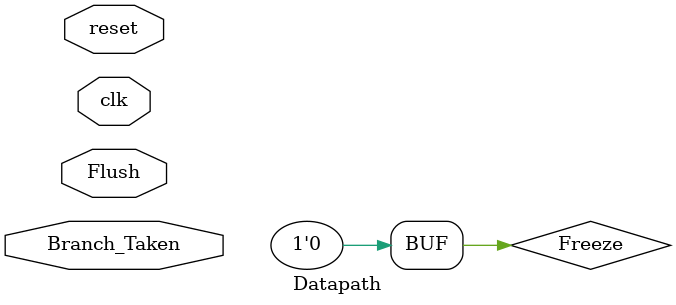
<source format=sv>
`timescale 1ns/1ns
module Datapath(input clk,reset,Flush,Branch_Taken);
  
  assign Freeze = 1'b0;
  wire [31:0] Branch_Addres;
  wire [31:0] PC,Instruction;
  wire [31:0] IF_Reg_PC,IF_Reg_Instruction;
  
  wire [31:0] ID_PC,ID_Reg_PC;
  wire [31:0] EX_PC,EX_Reg_PC;
  wire [31:0] MEM_PC,MEM_Reg_PC;
  wire [31:0] WB_PC,WB_Reg_PC;  

 IF_Stage My_IF_Stage(.clk(clk),.reset(reset),.Freeze(Freeze),.Branch_Taken(Branch_Taken),
                .Branch_Addres(Branch_Addres),
                .PC(PC),.Instruction(Instruction));
  
 IF_Stage_Reg My_IF_Stage_Reg(.clk(clk),.reset(reset),.Freeze(Freeze),.Flush(Flush),
                .PC_in(PC),.Instruction_in(Instruction),
                .PC(IF_Reg_PC),.Instruction(IF_Reg_Instruction));
  
 ID_Stage  My_ID_Stage(.clk(clk),.reset(reset),.PC_in(IF_Reg_PC),.PC(ID_PC));
 
 ID_Stage_Reg My_ID_Stage_Reg(.clk(clk),.reset(reset),.PC_in(ID_PC),.PC(ID_Reg_PC));
 
 EX_Stage  My_EX_Stage(.clk(clk),.reset(reset),.PC_in(ID_Reg_PC),.PC(EX_PC));
 
 EX_Stage_Reg My_EX_Stage_Reg(.clk(clk),.reset(reset),.PC_in(EX_PC),.PC(EX_Reg_PC));
 
 MEM_Stage My_MEM_Stage(.clk(clk),.reset(reset),.PC_in(EX_Reg_PC),.PC(MEM_PC));
 
 MEM_Stage_Reg My_MEM_Stage_Reg(.clk(clk),.reset(reset),.PC_in(MEM_PC),.PC(MEM_Reg_PC));
 
 WB_Stage  My_WB_Stage(.clk(clk),.reset(reset),.PC_in(MEM_Reg_PC),.PC(WB_PC));
 
 WB_Stage_Reg My_WB_Stage_Reg(.clk(clk),.reset(reset),.PC_in(WB_PC),.PC(WB_Reg_PC));
                
  
endmodule
</source>
